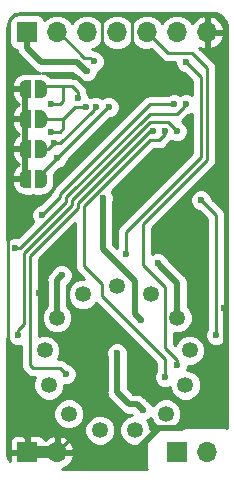
<source format=gbl>
G04 #@! TF.GenerationSoftware,KiCad,Pcbnew,(5.0.2)-1*
G04 #@! TF.CreationDate,2018-12-23T15:21:20+09:00*
G04 #@! TF.ProjectId,Nixie_Module_IN-14,4e697869-655f-44d6-9f64-756c655f494e,rev?*
G04 #@! TF.SameCoordinates,Original*
G04 #@! TF.FileFunction,Copper,L2,Bot*
G04 #@! TF.FilePolarity,Positive*
%FSLAX46Y46*%
G04 Gerber Fmt 4.6, Leading zero omitted, Abs format (unit mm)*
G04 Created by KiCad (PCBNEW (5.0.2)-1) date 2018/12/23 15:21:20*
%MOMM*%
%LPD*%
G01*
G04 APERTURE LIST*
G04 #@! TA.AperFunction,ComponentPad*
%ADD10C,1.346200*%
G04 #@! TD*
G04 #@! TA.AperFunction,ComponentPad*
%ADD11R,1.700000X1.700000*%
G04 #@! TD*
G04 #@! TA.AperFunction,ComponentPad*
%ADD12O,1.700000X1.700000*%
G04 #@! TD*
G04 #@! TA.AperFunction,SMDPad,CuDef*
%ADD13C,0.500000*%
G04 #@! TD*
G04 #@! TA.AperFunction,Conductor*
%ADD14C,0.100000*%
G04 #@! TD*
G04 #@! TA.AperFunction,ViaPad*
%ADD15C,0.600000*%
G04 #@! TD*
G04 #@! TA.AperFunction,Conductor*
%ADD16C,0.500000*%
G04 #@! TD*
G04 #@! TA.AperFunction,Conductor*
%ADD17C,1.000000*%
G04 #@! TD*
G04 #@! TA.AperFunction,Conductor*
%ADD18C,0.250000*%
G04 #@! TD*
G04 #@! TA.AperFunction,Conductor*
%ADD19C,0.254000*%
G04 #@! TD*
G04 APERTURE END LIST*
D10*
G04 #@! TO.P,N1,0*
G04 #@! TO.N,/NIX_0*
X74155300Y-88686640D03*
G04 #@! TO.P,N1,1*
G04 #@! TO.N,/NIX_1*
X84340700Y-88686640D03*
G04 #@! TO.P,N1,2*
G04 #@! TO.N,/NIX_2*
X85392260Y-91457780D03*
G04 #@! TO.P,N1,3*
G04 #@! TO.N,/NIX_3*
X85034120Y-94396560D03*
G04 #@! TO.P,N1,4*
G04 #@! TO.N,/NIX_4*
X83352640Y-96834960D03*
G04 #@! TO.P,N1,5*
G04 #@! TO.N,/NIX_5*
X80728820Y-98211640D03*
G04 #@! TO.P,N1,6*
G04 #@! TO.N,/NIX_6*
X77767180Y-98211640D03*
G04 #@! TO.P,N1,7*
G04 #@! TO.N,/NIX_7*
X75143360Y-96834960D03*
G04 #@! TO.P,N1,8*
G04 #@! TO.N,/NIX_8*
X73461880Y-94396560D03*
G04 #@! TO.P,N1,9*
G04 #@! TO.N,/NIX_9*
X73103740Y-91457780D03*
G04 #@! TO.P,N1,A*
G04 #@! TO.N,Net-(N1-PadA)*
X79248000Y-86014560D03*
G04 #@! TO.P,N1,LHDP*
G04 #@! TO.N,N/C*
X76372720Y-86723220D03*
G04 #@! TO.P,N1,RHDP*
X82123280Y-86723220D03*
G04 #@! TD*
D11*
G04 #@! TO.P,J3,1*
G04 #@! TO.N,+HV*
X84328000Y-100076000D03*
D12*
G04 #@! TO.P,J3,2*
X86868000Y-100076000D03*
G04 #@! TD*
D11*
G04 #@! TO.P,J4,1*
G04 #@! TO.N,GND*
X71628000Y-100076000D03*
D12*
G04 #@! TO.P,J4,2*
X74168000Y-100076000D03*
G04 #@! TD*
D11*
G04 #@! TO.P,J1,1*
G04 #@! TO.N,+5V*
X71628000Y-64516000D03*
D12*
G04 #@! TO.P,J1,2*
G04 #@! TO.N,/I2C_SDA*
X74168000Y-64516000D03*
G04 #@! TO.P,J1,3*
G04 #@! TO.N,/I2C_SCL*
X76708000Y-64516000D03*
G04 #@! TO.P,J1,4*
G04 #@! TO.N,/#OE*
X79248000Y-64516000D03*
G04 #@! TO.P,J1,5*
G04 #@! TO.N,/LED_DIN*
X81788000Y-64516000D03*
G04 #@! TO.P,J1,6*
G04 #@! TO.N,/LED_DOUT*
X84328000Y-64516000D03*
G04 #@! TO.P,J1,7*
G04 #@! TO.N,GND*
X86868000Y-64516000D03*
G04 #@! TD*
D13*
G04 #@! TO.P,JP1,2*
G04 #@! TO.N,GND*
X71486000Y-69342000D03*
D14*
G04 #@! TD*
G04 #@! TO.N,GND*
G04 #@! TO.C,JP1*
G36*
X71486000Y-70091398D02*
X71461466Y-70091398D01*
X71412635Y-70086588D01*
X71364510Y-70077016D01*
X71317555Y-70062772D01*
X71272222Y-70043995D01*
X71228949Y-70020864D01*
X71188150Y-69993604D01*
X71150221Y-69962476D01*
X71115524Y-69927779D01*
X71084396Y-69889850D01*
X71057136Y-69849051D01*
X71034005Y-69805778D01*
X71015228Y-69760445D01*
X71000984Y-69713490D01*
X70991412Y-69665365D01*
X70986602Y-69616534D01*
X70986602Y-69592000D01*
X70986000Y-69592000D01*
X70986000Y-69092000D01*
X70986602Y-69092000D01*
X70986602Y-69067466D01*
X70991412Y-69018635D01*
X71000984Y-68970510D01*
X71015228Y-68923555D01*
X71034005Y-68878222D01*
X71057136Y-68834949D01*
X71084396Y-68794150D01*
X71115524Y-68756221D01*
X71150221Y-68721524D01*
X71188150Y-68690396D01*
X71228949Y-68663136D01*
X71272222Y-68640005D01*
X71317555Y-68621228D01*
X71364510Y-68606984D01*
X71412635Y-68597412D01*
X71461466Y-68592602D01*
X71486000Y-68592602D01*
X71486000Y-68592000D01*
X71986000Y-68592000D01*
X71986000Y-70092000D01*
X71486000Y-70092000D01*
X71486000Y-70091398D01*
X71486000Y-70091398D01*
G37*
D13*
G04 #@! TO.P,JP1,1*
G04 #@! TO.N,/ADDR_0*
X72786000Y-69342000D03*
D14*
G04 #@! TD*
G04 #@! TO.N,/ADDR_0*
G04 #@! TO.C,JP1*
G36*
X72286000Y-68592000D02*
X72786000Y-68592000D01*
X72786000Y-68592602D01*
X72810534Y-68592602D01*
X72859365Y-68597412D01*
X72907490Y-68606984D01*
X72954445Y-68621228D01*
X72999778Y-68640005D01*
X73043051Y-68663136D01*
X73083850Y-68690396D01*
X73121779Y-68721524D01*
X73156476Y-68756221D01*
X73187604Y-68794150D01*
X73214864Y-68834949D01*
X73237995Y-68878222D01*
X73256772Y-68923555D01*
X73271016Y-68970510D01*
X73280588Y-69018635D01*
X73285398Y-69067466D01*
X73285398Y-69092000D01*
X73286000Y-69092000D01*
X73286000Y-69592000D01*
X73285398Y-69592000D01*
X73285398Y-69616534D01*
X73280588Y-69665365D01*
X73271016Y-69713490D01*
X73256772Y-69760445D01*
X73237995Y-69805778D01*
X73214864Y-69849051D01*
X73187604Y-69889850D01*
X73156476Y-69927779D01*
X73121779Y-69962476D01*
X73083850Y-69993604D01*
X73043051Y-70020864D01*
X72999778Y-70043995D01*
X72954445Y-70062772D01*
X72907490Y-70077016D01*
X72859365Y-70086588D01*
X72810534Y-70091398D01*
X72786000Y-70091398D01*
X72786000Y-70092000D01*
X72286000Y-70092000D01*
X72286000Y-68592000D01*
X72286000Y-68592000D01*
G37*
D13*
G04 #@! TO.P,JP2,1*
G04 #@! TO.N,/ADDR_1*
X72786000Y-71882000D03*
D14*
G04 #@! TD*
G04 #@! TO.N,/ADDR_1*
G04 #@! TO.C,JP2*
G36*
X72286000Y-71132000D02*
X72786000Y-71132000D01*
X72786000Y-71132602D01*
X72810534Y-71132602D01*
X72859365Y-71137412D01*
X72907490Y-71146984D01*
X72954445Y-71161228D01*
X72999778Y-71180005D01*
X73043051Y-71203136D01*
X73083850Y-71230396D01*
X73121779Y-71261524D01*
X73156476Y-71296221D01*
X73187604Y-71334150D01*
X73214864Y-71374949D01*
X73237995Y-71418222D01*
X73256772Y-71463555D01*
X73271016Y-71510510D01*
X73280588Y-71558635D01*
X73285398Y-71607466D01*
X73285398Y-71632000D01*
X73286000Y-71632000D01*
X73286000Y-72132000D01*
X73285398Y-72132000D01*
X73285398Y-72156534D01*
X73280588Y-72205365D01*
X73271016Y-72253490D01*
X73256772Y-72300445D01*
X73237995Y-72345778D01*
X73214864Y-72389051D01*
X73187604Y-72429850D01*
X73156476Y-72467779D01*
X73121779Y-72502476D01*
X73083850Y-72533604D01*
X73043051Y-72560864D01*
X72999778Y-72583995D01*
X72954445Y-72602772D01*
X72907490Y-72617016D01*
X72859365Y-72626588D01*
X72810534Y-72631398D01*
X72786000Y-72631398D01*
X72786000Y-72632000D01*
X72286000Y-72632000D01*
X72286000Y-71132000D01*
X72286000Y-71132000D01*
G37*
D13*
G04 #@! TO.P,JP2,2*
G04 #@! TO.N,GND*
X71486000Y-71882000D03*
D14*
G04 #@! TD*
G04 #@! TO.N,GND*
G04 #@! TO.C,JP2*
G36*
X71486000Y-72631398D02*
X71461466Y-72631398D01*
X71412635Y-72626588D01*
X71364510Y-72617016D01*
X71317555Y-72602772D01*
X71272222Y-72583995D01*
X71228949Y-72560864D01*
X71188150Y-72533604D01*
X71150221Y-72502476D01*
X71115524Y-72467779D01*
X71084396Y-72429850D01*
X71057136Y-72389051D01*
X71034005Y-72345778D01*
X71015228Y-72300445D01*
X71000984Y-72253490D01*
X70991412Y-72205365D01*
X70986602Y-72156534D01*
X70986602Y-72132000D01*
X70986000Y-72132000D01*
X70986000Y-71632000D01*
X70986602Y-71632000D01*
X70986602Y-71607466D01*
X70991412Y-71558635D01*
X71000984Y-71510510D01*
X71015228Y-71463555D01*
X71034005Y-71418222D01*
X71057136Y-71374949D01*
X71084396Y-71334150D01*
X71115524Y-71296221D01*
X71150221Y-71261524D01*
X71188150Y-71230396D01*
X71228949Y-71203136D01*
X71272222Y-71180005D01*
X71317555Y-71161228D01*
X71364510Y-71146984D01*
X71412635Y-71137412D01*
X71461466Y-71132602D01*
X71486000Y-71132602D01*
X71486000Y-71132000D01*
X71986000Y-71132000D01*
X71986000Y-72632000D01*
X71486000Y-72632000D01*
X71486000Y-72631398D01*
X71486000Y-72631398D01*
G37*
D13*
G04 #@! TO.P,JP3,1*
G04 #@! TO.N,/ADDR_2*
X72786000Y-74422000D03*
D14*
G04 #@! TD*
G04 #@! TO.N,/ADDR_2*
G04 #@! TO.C,JP3*
G36*
X72286000Y-73672000D02*
X72786000Y-73672000D01*
X72786000Y-73672602D01*
X72810534Y-73672602D01*
X72859365Y-73677412D01*
X72907490Y-73686984D01*
X72954445Y-73701228D01*
X72999778Y-73720005D01*
X73043051Y-73743136D01*
X73083850Y-73770396D01*
X73121779Y-73801524D01*
X73156476Y-73836221D01*
X73187604Y-73874150D01*
X73214864Y-73914949D01*
X73237995Y-73958222D01*
X73256772Y-74003555D01*
X73271016Y-74050510D01*
X73280588Y-74098635D01*
X73285398Y-74147466D01*
X73285398Y-74172000D01*
X73286000Y-74172000D01*
X73286000Y-74672000D01*
X73285398Y-74672000D01*
X73285398Y-74696534D01*
X73280588Y-74745365D01*
X73271016Y-74793490D01*
X73256772Y-74840445D01*
X73237995Y-74885778D01*
X73214864Y-74929051D01*
X73187604Y-74969850D01*
X73156476Y-75007779D01*
X73121779Y-75042476D01*
X73083850Y-75073604D01*
X73043051Y-75100864D01*
X72999778Y-75123995D01*
X72954445Y-75142772D01*
X72907490Y-75157016D01*
X72859365Y-75166588D01*
X72810534Y-75171398D01*
X72786000Y-75171398D01*
X72786000Y-75172000D01*
X72286000Y-75172000D01*
X72286000Y-73672000D01*
X72286000Y-73672000D01*
G37*
D13*
G04 #@! TO.P,JP3,2*
G04 #@! TO.N,GND*
X71486000Y-74422000D03*
D14*
G04 #@! TD*
G04 #@! TO.N,GND*
G04 #@! TO.C,JP3*
G36*
X71486000Y-75171398D02*
X71461466Y-75171398D01*
X71412635Y-75166588D01*
X71364510Y-75157016D01*
X71317555Y-75142772D01*
X71272222Y-75123995D01*
X71228949Y-75100864D01*
X71188150Y-75073604D01*
X71150221Y-75042476D01*
X71115524Y-75007779D01*
X71084396Y-74969850D01*
X71057136Y-74929051D01*
X71034005Y-74885778D01*
X71015228Y-74840445D01*
X71000984Y-74793490D01*
X70991412Y-74745365D01*
X70986602Y-74696534D01*
X70986602Y-74672000D01*
X70986000Y-74672000D01*
X70986000Y-74172000D01*
X70986602Y-74172000D01*
X70986602Y-74147466D01*
X70991412Y-74098635D01*
X71000984Y-74050510D01*
X71015228Y-74003555D01*
X71034005Y-73958222D01*
X71057136Y-73914949D01*
X71084396Y-73874150D01*
X71115524Y-73836221D01*
X71150221Y-73801524D01*
X71188150Y-73770396D01*
X71228949Y-73743136D01*
X71272222Y-73720005D01*
X71317555Y-73701228D01*
X71364510Y-73686984D01*
X71412635Y-73677412D01*
X71461466Y-73672602D01*
X71486000Y-73672602D01*
X71486000Y-73672000D01*
X71986000Y-73672000D01*
X71986000Y-75172000D01*
X71486000Y-75172000D01*
X71486000Y-75171398D01*
X71486000Y-75171398D01*
G37*
D13*
G04 #@! TO.P,JP4,2*
G04 #@! TO.N,GND*
X71486000Y-76962000D03*
D14*
G04 #@! TD*
G04 #@! TO.N,GND*
G04 #@! TO.C,JP4*
G36*
X71486000Y-77711398D02*
X71461466Y-77711398D01*
X71412635Y-77706588D01*
X71364510Y-77697016D01*
X71317555Y-77682772D01*
X71272222Y-77663995D01*
X71228949Y-77640864D01*
X71188150Y-77613604D01*
X71150221Y-77582476D01*
X71115524Y-77547779D01*
X71084396Y-77509850D01*
X71057136Y-77469051D01*
X71034005Y-77425778D01*
X71015228Y-77380445D01*
X71000984Y-77333490D01*
X70991412Y-77285365D01*
X70986602Y-77236534D01*
X70986602Y-77212000D01*
X70986000Y-77212000D01*
X70986000Y-76712000D01*
X70986602Y-76712000D01*
X70986602Y-76687466D01*
X70991412Y-76638635D01*
X71000984Y-76590510D01*
X71015228Y-76543555D01*
X71034005Y-76498222D01*
X71057136Y-76454949D01*
X71084396Y-76414150D01*
X71115524Y-76376221D01*
X71150221Y-76341524D01*
X71188150Y-76310396D01*
X71228949Y-76283136D01*
X71272222Y-76260005D01*
X71317555Y-76241228D01*
X71364510Y-76226984D01*
X71412635Y-76217412D01*
X71461466Y-76212602D01*
X71486000Y-76212602D01*
X71486000Y-76212000D01*
X71986000Y-76212000D01*
X71986000Y-77712000D01*
X71486000Y-77712000D01*
X71486000Y-77711398D01*
X71486000Y-77711398D01*
G37*
D13*
G04 #@! TO.P,JP4,1*
G04 #@! TO.N,/ADDR_3*
X72786000Y-76962000D03*
D14*
G04 #@! TD*
G04 #@! TO.N,/ADDR_3*
G04 #@! TO.C,JP4*
G36*
X72286000Y-76212000D02*
X72786000Y-76212000D01*
X72786000Y-76212602D01*
X72810534Y-76212602D01*
X72859365Y-76217412D01*
X72907490Y-76226984D01*
X72954445Y-76241228D01*
X72999778Y-76260005D01*
X73043051Y-76283136D01*
X73083850Y-76310396D01*
X73121779Y-76341524D01*
X73156476Y-76376221D01*
X73187604Y-76414150D01*
X73214864Y-76454949D01*
X73237995Y-76498222D01*
X73256772Y-76543555D01*
X73271016Y-76590510D01*
X73280588Y-76638635D01*
X73285398Y-76687466D01*
X73285398Y-76712000D01*
X73286000Y-76712000D01*
X73286000Y-77212000D01*
X73285398Y-77212000D01*
X73285398Y-77236534D01*
X73280588Y-77285365D01*
X73271016Y-77333490D01*
X73256772Y-77380445D01*
X73237995Y-77425778D01*
X73214864Y-77469051D01*
X73187604Y-77509850D01*
X73156476Y-77547779D01*
X73121779Y-77582476D01*
X73083850Y-77613604D01*
X73043051Y-77640864D01*
X72999778Y-77663995D01*
X72954445Y-77682772D01*
X72907490Y-77697016D01*
X72859365Y-77706588D01*
X72810534Y-77711398D01*
X72786000Y-77711398D01*
X72786000Y-77712000D01*
X72286000Y-77712000D01*
X72286000Y-76212000D01*
X72286000Y-76212000D01*
G37*
D15*
G04 #@! TO.N,+5V*
X81280000Y-88900000D03*
X76708000Y-67818042D03*
X78038953Y-78546945D03*
G04 #@! TO.N,GND*
X81026000Y-99822000D03*
X88255000Y-87854000D03*
X87884000Y-94234000D03*
X77978000Y-96520000D03*
X78994000Y-67818000D03*
X75692000Y-68326000D03*
X70612000Y-78994000D03*
X80264000Y-70612000D03*
X79629000Y-71628000D03*
X78994000Y-66802000D03*
X88138000Y-71628000D03*
X88138000Y-73152000D03*
X88138000Y-74422000D03*
X88138000Y-75946000D03*
X87630000Y-77724000D03*
X86360000Y-85344000D03*
X72136000Y-97790000D03*
X73152000Y-97790000D03*
X76454000Y-101092000D03*
X81280000Y-101092000D03*
X74930000Y-91948000D03*
X70104000Y-66294000D03*
X74676000Y-76200000D03*
X75663998Y-75184000D03*
X79502000Y-79502000D03*
X79502000Y-80518000D03*
X85344000Y-71882000D03*
X83566000Y-81915000D03*
X83566000Y-76327000D03*
X70612000Y-80518000D03*
X75438000Y-82804000D03*
X87884000Y-96315998D03*
X72644000Y-86614000D03*
G04 #@! TO.N,/NIX_1*
X82677000Y-84074001D03*
G04 #@! TO.N,/NIX_0*
X74549000Y-85089992D03*
G04 #@! TO.N,/I2C_SDA*
X77273694Y-66998306D03*
G04 #@! TO.N,+HV*
X79248000Y-91693996D03*
X81407000Y-96520000D03*
G04 #@! TO.N,/NIX_6_G*
X83312000Y-93726000D03*
X83273987Y-72898000D03*
G04 #@! TO.N,/NIX_7_G*
X84328000Y-72898000D03*
X70866000Y-90170000D03*
G04 #@! TO.N,/NIX_8_G*
X70612000Y-82804000D03*
X85090000Y-70612000D03*
G04 #@! TO.N,/NIX_4_G*
X87630000Y-90170000D03*
X86359998Y-78740000D03*
G04 #@! TO.N,/NIX_9_G*
X72897996Y-80010000D03*
X84074000Y-70612000D03*
G04 #@! TO.N,/NIX_5_G*
X74930000Y-93472000D03*
X82296016Y-72898000D03*
G04 #@! TO.N,/LED_DIN*
X84328000Y-92710000D03*
G04 #@! TO.N,/LED_DOUT*
X85090000Y-67056000D03*
X80010000Y-83312000D03*
G04 #@! TO.N,/ADDR_0*
X75946000Y-70104000D03*
X73660000Y-70612000D03*
G04 #@! TO.N,/ADDR_1*
X76571010Y-70866000D03*
X73660000Y-72940000D03*
G04 #@! TO.N,/ADDR_2*
X77470000Y-70866000D03*
X73914000Y-73894000D03*
G04 #@! TO.N,/ADDR_3*
X78524013Y-70866000D03*
X74168000Y-75184000D03*
G04 #@! TD*
D16*
G04 #@! TO.N,+5V*
X78038953Y-78971209D02*
X78038953Y-78546945D01*
X78038953Y-82864953D02*
X78038953Y-78971209D01*
X80772000Y-85598000D02*
X78038953Y-82864953D01*
X81280000Y-88900000D02*
X80772000Y-88392000D01*
X80772000Y-88392000D02*
X80772000Y-85598000D01*
X76581042Y-67818042D02*
X76708000Y-67818042D01*
X75819000Y-67056000D02*
X76581042Y-67818042D01*
X72818000Y-67056000D02*
X75819000Y-67056000D01*
X71628000Y-64516000D02*
X71628000Y-65866000D01*
X71628000Y-65866000D02*
X72818000Y-67056000D01*
D17*
G04 #@! TO.N,GND*
X71628000Y-100076000D02*
X74168000Y-100076000D01*
D18*
X75370081Y-100076000D02*
X75624081Y-99822000D01*
X74168000Y-100076000D02*
X75370081Y-100076000D01*
X75624081Y-99822000D02*
X81026000Y-99822000D01*
X88255000Y-87854000D02*
X88255000Y-93863000D01*
X88255000Y-93863000D02*
X87884000Y-94234000D01*
X74168000Y-100076000D02*
X77724000Y-96520000D01*
X77724000Y-96520000D02*
X77978000Y-96520000D01*
X75946000Y-68326000D02*
X75692000Y-68326000D01*
X76708000Y-69088000D02*
X75946000Y-68326000D01*
X78994000Y-67818000D02*
X77724000Y-69088000D01*
X77724000Y-69088000D02*
X76708000Y-69088000D01*
D16*
X71486000Y-69342000D02*
X71486000Y-71882000D01*
X71486000Y-71882000D02*
X71486000Y-74422000D01*
X71486000Y-74422000D02*
X71486000Y-76962000D01*
X70104000Y-78486000D02*
X70612000Y-78994000D01*
X71486000Y-69342000D02*
X70104000Y-69342000D01*
X71486000Y-71882000D02*
X70104000Y-71882000D01*
X70104000Y-69342000D02*
X70104000Y-70612000D01*
X71486000Y-74422000D02*
X70104000Y-74422000D01*
X70104000Y-71882000D02*
X70104000Y-73152000D01*
X70886000Y-76962000D02*
X70104000Y-76962000D01*
X71486000Y-76962000D02*
X70886000Y-76962000D01*
X70104000Y-74422000D02*
X70104000Y-75692000D01*
X70104000Y-76962000D02*
X70104000Y-78486000D01*
X70104000Y-70612000D02*
X70104000Y-71882000D01*
X70104000Y-73152000D02*
X70104000Y-74422000D01*
X70104000Y-75692000D02*
X70104000Y-76962000D01*
D18*
X86868000Y-63246000D02*
X86868000Y-64516000D01*
X86614000Y-62992000D02*
X86868000Y-63246000D01*
X77978000Y-63119000D02*
X78105000Y-62992000D01*
X77978000Y-65786000D02*
X77978000Y-63119000D01*
X78994000Y-66802000D02*
X77978000Y-65786000D01*
X80518000Y-62992000D02*
X86614000Y-62992000D01*
X78105000Y-62992000D02*
X80518000Y-62992000D01*
X80518000Y-67818000D02*
X78994000Y-67818000D01*
X80518000Y-62992000D02*
X80518000Y-67818000D01*
X78105000Y-62992000D02*
X70612000Y-62992000D01*
X70104000Y-63500000D02*
X70104000Y-66294000D01*
X70612000Y-62992000D02*
X70104000Y-63500000D01*
D17*
X79502000Y-79502000D02*
X82677000Y-76327000D01*
X82677000Y-76327000D02*
X83141736Y-76327000D01*
X83141736Y-76327000D02*
X83566000Y-76327000D01*
D16*
X86437002Y-96315998D02*
X87884000Y-96315998D01*
X84709000Y-98044000D02*
X86437002Y-96315998D01*
X81026000Y-99822000D02*
X82804000Y-98044000D01*
X82804000Y-98044000D02*
X84709000Y-98044000D01*
D18*
X70312001Y-80817999D02*
X70612000Y-80518000D01*
X69986999Y-81143001D02*
X70312001Y-80817999D01*
X69986999Y-97334999D02*
X69986999Y-81143001D01*
X71628000Y-98976000D02*
X69986999Y-97334999D01*
X71628000Y-100076000D02*
X71628000Y-98976000D01*
D16*
G04 #@! TO.N,/NIX_1*
X84340700Y-88686640D02*
X84340700Y-85737701D01*
X84340700Y-85737701D02*
X82976999Y-84374000D01*
X82976999Y-84374000D02*
X82677000Y-84074001D01*
G04 #@! TO.N,/NIX_0*
X74249001Y-85389991D02*
X74549000Y-85089992D01*
X74155300Y-85483692D02*
X74249001Y-85389991D01*
X74155300Y-88686640D02*
X74155300Y-85483692D01*
D18*
G04 #@! TO.N,/I2C_SDA*
X76973695Y-66698307D02*
X77273694Y-66998306D01*
X76477307Y-66698307D02*
X76973695Y-66698307D01*
X74168000Y-64516000D02*
X74295000Y-64516000D01*
X74295000Y-64516000D02*
X76477307Y-66698307D01*
D16*
G04 #@! TO.N,+HV*
X79248000Y-92118260D02*
X79248000Y-91693996D01*
X79248000Y-94996000D02*
X79248000Y-92118260D01*
X80264000Y-96012000D02*
X79248000Y-94996000D01*
X81407000Y-96520000D02*
X80899000Y-96012000D01*
X80899000Y-96012000D02*
X80264000Y-96012000D01*
D18*
G04 #@! TO.N,/NIX_6_G*
X83312000Y-72936013D02*
X83273987Y-72898000D01*
X83312000Y-73152000D02*
X83312000Y-72936013D01*
X82804000Y-73660000D02*
X83312000Y-73152000D01*
X82042000Y-73660000D02*
X82804000Y-73660000D01*
X77978000Y-85852000D02*
X76454000Y-84328000D01*
X77978000Y-86868000D02*
X77978000Y-85852000D01*
X83312000Y-92202000D02*
X77978000Y-86868000D01*
X83312000Y-93726000D02*
X83312000Y-92202000D01*
X76454000Y-84328000D02*
X76454000Y-79248000D01*
X76454000Y-79248000D02*
X82042000Y-73660000D01*
G04 #@! TO.N,/NIX_7_G*
X70866000Y-89745736D02*
X70866000Y-90170000D01*
X71374000Y-89237736D02*
X70866000Y-89745736D01*
X83566000Y-72136000D02*
X82042000Y-72136000D01*
X84328000Y-72898000D02*
X83566000Y-72136000D01*
X82042000Y-72136000D02*
X75438000Y-78740000D01*
X75438000Y-78740000D02*
X75438000Y-79119589D01*
X75438000Y-79119589D02*
X71374000Y-83183589D01*
X71374000Y-83183589D02*
X71374000Y-89237736D01*
G04 #@! TO.N,/NIX_8_G*
X84790001Y-70911999D02*
X85090000Y-70612000D01*
X71036264Y-82804000D02*
X74930000Y-78910264D01*
X70612000Y-82804000D02*
X71036264Y-82804000D01*
X74930000Y-78910264D02*
X74930000Y-78486000D01*
X74930000Y-78486000D02*
X81996001Y-71419999D01*
X81996001Y-71419999D02*
X84282001Y-71419999D01*
X84282001Y-71419999D02*
X84790001Y-70911999D01*
G04 #@! TO.N,/NIX_4_G*
X87630000Y-80010002D02*
X86659997Y-79039999D01*
X86659997Y-79039999D02*
X86359998Y-78740000D01*
X87630000Y-90170000D02*
X87630000Y-80010002D01*
G04 #@! TO.N,/NIX_9_G*
X83649736Y-70612000D02*
X84074000Y-70612000D01*
X82042000Y-70612000D02*
X83649736Y-70612000D01*
X74422000Y-78232000D02*
X82042000Y-70612000D01*
X72897996Y-80010000D02*
X74422000Y-78485996D01*
X74422000Y-78485996D02*
X74422000Y-78232000D01*
G04 #@! TO.N,/NIX_5_G*
X82042000Y-72898000D02*
X82296016Y-72898000D01*
X74422000Y-92964000D02*
X72136000Y-92964000D01*
X75946000Y-78994000D02*
X82042000Y-72898000D01*
X72136000Y-92964000D02*
X71882000Y-92710000D01*
X71882000Y-92710000D02*
X71882000Y-83439000D01*
X71882000Y-83439000D02*
X75946000Y-79375000D01*
X74930000Y-93472000D02*
X74422000Y-92964000D01*
X75946000Y-79375000D02*
X75946000Y-78994000D01*
G04 #@! TO.N,/LED_DIN*
X84328000Y-92285736D02*
X84328000Y-92710000D01*
X83266001Y-91223737D02*
X84328000Y-92285736D01*
X81407000Y-84201000D02*
X83266001Y-86060001D01*
X83566000Y-66294000D02*
X85598000Y-66294000D01*
X81788000Y-64516000D02*
X83566000Y-66294000D01*
X85598000Y-66294000D02*
X86868000Y-67564000D01*
X86868000Y-67564000D02*
X86868000Y-75311000D01*
X83266001Y-86060001D02*
X83266001Y-91223737D01*
X86868000Y-75311000D02*
X81407000Y-80772000D01*
X81407000Y-80772000D02*
X81407000Y-84201000D01*
G04 #@! TO.N,/LED_DOUT*
X80010000Y-82887736D02*
X80010000Y-83312000D01*
X80010000Y-81407000D02*
X80010000Y-82887736D01*
X86360000Y-75057000D02*
X80010000Y-81407000D01*
X85090000Y-67056000D02*
X86360000Y-68326000D01*
X86360000Y-68326000D02*
X86360000Y-75057000D01*
G04 #@! TO.N,/ADDR_0*
X75946000Y-69596000D02*
X75946000Y-70104000D01*
X75438000Y-69088000D02*
X75946000Y-69596000D01*
X72786000Y-69342000D02*
X73040000Y-69088000D01*
X73040000Y-69088000D02*
X75184000Y-69088000D01*
X75184000Y-69088000D02*
X75438000Y-69088000D01*
X74676000Y-70358000D02*
X74676000Y-69088000D01*
X73660000Y-70612000D02*
X74422000Y-70612000D01*
X74422000Y-70612000D02*
X74676000Y-70358000D01*
G04 #@! TO.N,/ADDR_1*
X72786000Y-71882000D02*
X73152000Y-71882000D01*
X73152000Y-71882000D02*
X73152000Y-71691548D01*
X73152000Y-71691548D02*
X73342452Y-71882000D01*
X73660000Y-72940000D02*
X74380000Y-72940000D01*
X74676000Y-72644000D02*
X74676000Y-71882000D01*
X74380000Y-72940000D02*
X74676000Y-72644000D01*
X73342452Y-71882000D02*
X74676000Y-71882000D01*
X75692000Y-70866000D02*
X76571010Y-70866000D01*
X74676000Y-71882000D02*
X75692000Y-70866000D01*
G04 #@! TO.N,/ADDR_2*
X72786000Y-74422000D02*
X73386000Y-74422000D01*
X73386000Y-74422000D02*
X73914000Y-73894000D01*
X77170001Y-71165999D02*
X77470000Y-70866000D01*
X73914000Y-73894000D02*
X74442000Y-73894000D01*
X74442000Y-73894000D02*
X77170001Y-71165999D01*
G04 #@! TO.N,/ADDR_3*
X78486000Y-70866000D02*
X78524013Y-70866000D01*
X72898000Y-76454000D02*
X78486000Y-70866000D01*
X72786000Y-76962000D02*
X72898000Y-76850000D01*
X72898000Y-76850000D02*
X72898000Y-76454000D01*
G04 #@! TD*
D19*
G04 #@! TO.N,GND*
G36*
X87629116Y-62932563D02*
X87966719Y-63086062D01*
X88247669Y-63328145D01*
X88449383Y-63639351D01*
X88562431Y-64017356D01*
X88577000Y-64213410D01*
X88577001Y-98049395D01*
X88481803Y-97954197D01*
X88440601Y-97926667D01*
X88392000Y-97917000D01*
X84120532Y-97917000D01*
X84461593Y-97575939D01*
X84660740Y-97095157D01*
X84660740Y-96574763D01*
X84461593Y-96093981D01*
X84093619Y-95726007D01*
X83612837Y-95526860D01*
X83092443Y-95526860D01*
X82611661Y-95726007D01*
X82243687Y-96093981D01*
X82243131Y-96095324D01*
X82199655Y-95990365D01*
X81936635Y-95727345D01*
X81815922Y-95677344D01*
X81586425Y-95447847D01*
X81537049Y-95373951D01*
X81244310Y-95178348D01*
X80986165Y-95127000D01*
X80986161Y-95127000D01*
X80899000Y-95109663D01*
X80811839Y-95127000D01*
X80630579Y-95127000D01*
X80133000Y-94629422D01*
X80133000Y-92000690D01*
X80183000Y-91879979D01*
X80183000Y-91508013D01*
X80040655Y-91164361D01*
X79777635Y-90901341D01*
X79433983Y-90758996D01*
X79062017Y-90758996D01*
X78718365Y-90901341D01*
X78455345Y-91164361D01*
X78313000Y-91508013D01*
X78313000Y-91879979D01*
X78363000Y-92000690D01*
X78363000Y-92205424D01*
X78363001Y-92205429D01*
X78363000Y-94908839D01*
X78345663Y-94996000D01*
X78363000Y-95083161D01*
X78363000Y-95083164D01*
X78414348Y-95341309D01*
X78609951Y-95634049D01*
X78683847Y-95683425D01*
X79576577Y-96576156D01*
X79625951Y-96650049D01*
X79699844Y-96699423D01*
X79699845Y-96699424D01*
X79918690Y-96845652D01*
X80176835Y-96897000D01*
X80176839Y-96897000D01*
X80264000Y-96914337D01*
X80351161Y-96897000D01*
X80532422Y-96897000D01*
X80538962Y-96903540D01*
X80468623Y-96903540D01*
X79987841Y-97102687D01*
X79619867Y-97470661D01*
X79420720Y-97951443D01*
X79420720Y-98471837D01*
X79619867Y-98952619D01*
X79987841Y-99320593D01*
X80468623Y-99519740D01*
X80989017Y-99519740D01*
X81469799Y-99320593D01*
X81661000Y-99129392D01*
X81661000Y-101346000D01*
X81670667Y-101394601D01*
X81698197Y-101435803D01*
X81765394Y-101503000D01*
X74559840Y-101503000D01*
X74934924Y-101347645D01*
X75363183Y-100957358D01*
X75609486Y-100432892D01*
X75488819Y-100203000D01*
X74295000Y-100203000D01*
X74295000Y-100223000D01*
X74041000Y-100223000D01*
X74041000Y-100203000D01*
X71755000Y-100203000D01*
X71755000Y-100223000D01*
X71501000Y-100223000D01*
X71501000Y-100203000D01*
X70301750Y-100203000D01*
X70143000Y-100361750D01*
X70143000Y-100842150D01*
X70074617Y-100736648D01*
X69961569Y-100358642D01*
X69947000Y-100162589D01*
X69947000Y-99099691D01*
X70143000Y-99099691D01*
X70143000Y-99790250D01*
X70301750Y-99949000D01*
X71501000Y-99949000D01*
X71501000Y-98749750D01*
X71755000Y-98749750D01*
X71755000Y-99949000D01*
X74041000Y-99949000D01*
X74041000Y-98755845D01*
X74295000Y-98755845D01*
X74295000Y-99949000D01*
X75488819Y-99949000D01*
X75609486Y-99719108D01*
X75363183Y-99194642D01*
X74934924Y-98804355D01*
X74524890Y-98634524D01*
X74295000Y-98755845D01*
X74041000Y-98755845D01*
X73811110Y-98634524D01*
X73401076Y-98804355D01*
X73103136Y-99075878D01*
X73016327Y-98866302D01*
X72837699Y-98687673D01*
X72604310Y-98591000D01*
X71913750Y-98591000D01*
X71755000Y-98749750D01*
X71501000Y-98749750D01*
X71342250Y-98591000D01*
X70651690Y-98591000D01*
X70418301Y-98687673D01*
X70239673Y-98866302D01*
X70143000Y-99099691D01*
X69947000Y-99099691D01*
X69947000Y-96574763D01*
X73835260Y-96574763D01*
X73835260Y-97095157D01*
X74034407Y-97575939D01*
X74402381Y-97943913D01*
X74883163Y-98143060D01*
X75403557Y-98143060D01*
X75866160Y-97951443D01*
X76459080Y-97951443D01*
X76459080Y-98471837D01*
X76658227Y-98952619D01*
X77026201Y-99320593D01*
X77506983Y-99519740D01*
X78027377Y-99519740D01*
X78508159Y-99320593D01*
X78876133Y-98952619D01*
X79075280Y-98471837D01*
X79075280Y-97951443D01*
X78876133Y-97470661D01*
X78508159Y-97102687D01*
X78027377Y-96903540D01*
X77506983Y-96903540D01*
X77026201Y-97102687D01*
X76658227Y-97470661D01*
X76459080Y-97951443D01*
X75866160Y-97951443D01*
X75884339Y-97943913D01*
X76252313Y-97575939D01*
X76451460Y-97095157D01*
X76451460Y-96574763D01*
X76252313Y-96093981D01*
X75884339Y-95726007D01*
X75403557Y-95526860D01*
X74883163Y-95526860D01*
X74402381Y-95726007D01*
X74034407Y-96093981D01*
X73835260Y-96574763D01*
X69947000Y-96574763D01*
X69947000Y-90394611D01*
X70073345Y-90699635D01*
X70336365Y-90962655D01*
X70680017Y-91105000D01*
X71051983Y-91105000D01*
X71122000Y-91075998D01*
X71122000Y-92635153D01*
X71107112Y-92710000D01*
X71122000Y-92784847D01*
X71122000Y-92784851D01*
X71166096Y-93006536D01*
X71334071Y-93257929D01*
X71397530Y-93300331D01*
X71545669Y-93448470D01*
X71588071Y-93511929D01*
X71839463Y-93679904D01*
X72061148Y-93724000D01*
X72061152Y-93724000D01*
X72135999Y-93738888D01*
X72210846Y-93724000D01*
X72324587Y-93724000D01*
X72153780Y-94136363D01*
X72153780Y-94656757D01*
X72352927Y-95137539D01*
X72720901Y-95505513D01*
X73201683Y-95704660D01*
X73722077Y-95704660D01*
X74202859Y-95505513D01*
X74570833Y-95137539D01*
X74769980Y-94656757D01*
X74769980Y-94407000D01*
X75115983Y-94407000D01*
X75459635Y-94264655D01*
X75722655Y-94001635D01*
X75865000Y-93657983D01*
X75865000Y-93286017D01*
X75722655Y-92942365D01*
X75459635Y-92679345D01*
X75115983Y-92537000D01*
X75069802Y-92537000D01*
X75012330Y-92479529D01*
X74969929Y-92416071D01*
X74718537Y-92248096D01*
X74496852Y-92204000D01*
X74496847Y-92204000D01*
X74422000Y-92189112D01*
X74347153Y-92204000D01*
X74207452Y-92204000D01*
X74212693Y-92198759D01*
X74411840Y-91717977D01*
X74411840Y-91197583D01*
X74212693Y-90716801D01*
X73844719Y-90348827D01*
X73363937Y-90149680D01*
X72843543Y-90149680D01*
X72642000Y-90233162D01*
X72642000Y-88426443D01*
X72847200Y-88426443D01*
X72847200Y-88946837D01*
X73046347Y-89427619D01*
X73414321Y-89795593D01*
X73895103Y-89994740D01*
X74415497Y-89994740D01*
X74896279Y-89795593D01*
X75264253Y-89427619D01*
X75463400Y-88946837D01*
X75463400Y-88426443D01*
X75264253Y-87945661D01*
X75040300Y-87721708D01*
X75040300Y-85898526D01*
X75078635Y-85882647D01*
X75341655Y-85619627D01*
X75484000Y-85275975D01*
X75484000Y-84904009D01*
X75341655Y-84560357D01*
X75078635Y-84297337D01*
X74734983Y-84154992D01*
X74363017Y-84154992D01*
X74019365Y-84297337D01*
X73756345Y-84560357D01*
X73706344Y-84681070D01*
X73591145Y-84796269D01*
X73517252Y-84845643D01*
X73467878Y-84919536D01*
X73467876Y-84919538D01*
X73321648Y-85138383D01*
X73252963Y-85483692D01*
X73270301Y-85570857D01*
X73270300Y-87721708D01*
X73046347Y-87945661D01*
X72847200Y-88426443D01*
X72642000Y-88426443D01*
X72642000Y-83753801D01*
X75694001Y-80701801D01*
X75694000Y-84253153D01*
X75679112Y-84328000D01*
X75694000Y-84402847D01*
X75694000Y-84402851D01*
X75738096Y-84624536D01*
X75906071Y-84875929D01*
X75969530Y-84918331D01*
X76466318Y-85415120D01*
X76112523Y-85415120D01*
X75631741Y-85614267D01*
X75263767Y-85982241D01*
X75064620Y-86463023D01*
X75064620Y-86983417D01*
X75263767Y-87464199D01*
X75631741Y-87832173D01*
X76112523Y-88031320D01*
X76632917Y-88031320D01*
X77113699Y-87832173D01*
X77481673Y-87464199D01*
X77486147Y-87453398D01*
X77493530Y-87458331D01*
X82552001Y-92516803D01*
X82552000Y-93163710D01*
X82519345Y-93196365D01*
X82377000Y-93540017D01*
X82377000Y-93911983D01*
X82519345Y-94255635D01*
X82782365Y-94518655D01*
X83126017Y-94661000D01*
X83497983Y-94661000D01*
X83726020Y-94566544D01*
X83726020Y-94656757D01*
X83925167Y-95137539D01*
X84293141Y-95505513D01*
X84773923Y-95704660D01*
X85294317Y-95704660D01*
X85775099Y-95505513D01*
X86143073Y-95137539D01*
X86342220Y-94656757D01*
X86342220Y-94136363D01*
X86143073Y-93655581D01*
X85775099Y-93287607D01*
X85294317Y-93088460D01*
X85183274Y-93088460D01*
X85263000Y-92895983D01*
X85263000Y-92765880D01*
X85652457Y-92765880D01*
X86133239Y-92566733D01*
X86501213Y-92198759D01*
X86700360Y-91717977D01*
X86700360Y-91197583D01*
X86501213Y-90716801D01*
X86133239Y-90348827D01*
X85652457Y-90149680D01*
X85132063Y-90149680D01*
X84651281Y-90348827D01*
X84283307Y-90716801D01*
X84151669Y-91034603D01*
X84026001Y-90908936D01*
X84026001Y-89972164D01*
X84080503Y-89994740D01*
X84600897Y-89994740D01*
X85081679Y-89795593D01*
X85449653Y-89427619D01*
X85648800Y-88946837D01*
X85648800Y-88426443D01*
X85449653Y-87945661D01*
X85225700Y-87721708D01*
X85225700Y-85824860D01*
X85243037Y-85737700D01*
X85225700Y-85650540D01*
X85225700Y-85650536D01*
X85174352Y-85392391D01*
X84978749Y-85099652D01*
X84904856Y-85050278D01*
X83541153Y-83686576D01*
X83519656Y-83665079D01*
X83469655Y-83544366D01*
X83206635Y-83281346D01*
X82862983Y-83139001D01*
X82491017Y-83139001D01*
X82167000Y-83273213D01*
X82167000Y-81086801D01*
X84699784Y-78554017D01*
X85424998Y-78554017D01*
X85424998Y-78925983D01*
X85567343Y-79269635D01*
X85830363Y-79532655D01*
X86174015Y-79675000D01*
X86220197Y-79675000D01*
X86870001Y-80324805D01*
X86870000Y-89607710D01*
X86837345Y-89640365D01*
X86695000Y-89984017D01*
X86695000Y-90355983D01*
X86837345Y-90699635D01*
X87100365Y-90962655D01*
X87444017Y-91105000D01*
X87815983Y-91105000D01*
X88159635Y-90962655D01*
X88422655Y-90699635D01*
X88565000Y-90355983D01*
X88565000Y-89984017D01*
X88422655Y-89640365D01*
X88390000Y-89607710D01*
X88390000Y-80084848D01*
X88404888Y-80010001D01*
X88390000Y-79935154D01*
X88390000Y-79935150D01*
X88345904Y-79713465D01*
X88233030Y-79544537D01*
X88220329Y-79525528D01*
X88220327Y-79525526D01*
X88177929Y-79462073D01*
X88114475Y-79419675D01*
X87294998Y-78600199D01*
X87294998Y-78554017D01*
X87152653Y-78210365D01*
X86889633Y-77947345D01*
X86545981Y-77805000D01*
X86174015Y-77805000D01*
X85830363Y-77947345D01*
X85567343Y-78210365D01*
X85424998Y-78554017D01*
X84699784Y-78554017D01*
X87352473Y-75901329D01*
X87415929Y-75858929D01*
X87583904Y-75607537D01*
X87628000Y-75385852D01*
X87628000Y-75385848D01*
X87642888Y-75311001D01*
X87628000Y-75236154D01*
X87628000Y-67638846D01*
X87642888Y-67563999D01*
X87628000Y-67489152D01*
X87628000Y-67489148D01*
X87583904Y-67267463D01*
X87415929Y-67016071D01*
X87352473Y-66973671D01*
X86212665Y-65833864D01*
X86511110Y-65957476D01*
X86741000Y-65836155D01*
X86741000Y-64643000D01*
X86995000Y-64643000D01*
X86995000Y-65836155D01*
X87224890Y-65957476D01*
X87634924Y-65787645D01*
X88063183Y-65397358D01*
X88309486Y-64872892D01*
X88188819Y-64643000D01*
X86995000Y-64643000D01*
X86741000Y-64643000D01*
X86721000Y-64643000D01*
X86721000Y-64389000D01*
X86741000Y-64389000D01*
X86741000Y-63195845D01*
X86995000Y-63195845D01*
X86995000Y-64389000D01*
X88188819Y-64389000D01*
X88309486Y-64159108D01*
X88063183Y-63634642D01*
X87634924Y-63244355D01*
X87224890Y-63074524D01*
X86995000Y-63195845D01*
X86741000Y-63195845D01*
X86511110Y-63074524D01*
X86101076Y-63244355D01*
X85672817Y-63634642D01*
X85611843Y-63764478D01*
X85398625Y-63445375D01*
X84907418Y-63117161D01*
X84474256Y-63031000D01*
X84181744Y-63031000D01*
X83748582Y-63117161D01*
X83257375Y-63445375D01*
X83058000Y-63743761D01*
X82858625Y-63445375D01*
X82367418Y-63117161D01*
X81934256Y-63031000D01*
X81641744Y-63031000D01*
X81208582Y-63117161D01*
X80717375Y-63445375D01*
X80518000Y-63743761D01*
X80318625Y-63445375D01*
X79827418Y-63117161D01*
X79394256Y-63031000D01*
X79101744Y-63031000D01*
X78668582Y-63117161D01*
X78177375Y-63445375D01*
X77978000Y-63743761D01*
X77778625Y-63445375D01*
X77287418Y-63117161D01*
X76854256Y-63031000D01*
X76561744Y-63031000D01*
X76128582Y-63117161D01*
X75637375Y-63445375D01*
X75438000Y-63743761D01*
X75238625Y-63445375D01*
X74747418Y-63117161D01*
X74314256Y-63031000D01*
X74021744Y-63031000D01*
X73588582Y-63117161D01*
X73097375Y-63445375D01*
X73085184Y-63463619D01*
X73076157Y-63418235D01*
X72935809Y-63208191D01*
X72725765Y-63067843D01*
X72478000Y-63018560D01*
X70778000Y-63018560D01*
X70644788Y-63045057D01*
X70713352Y-63000616D01*
X71091357Y-62887568D01*
X71287411Y-62872999D01*
X87213197Y-62872999D01*
X87629116Y-62932563D01*
X87629116Y-62932563D01*
G37*
X87629116Y-62932563D02*
X87966719Y-63086062D01*
X88247669Y-63328145D01*
X88449383Y-63639351D01*
X88562431Y-64017356D01*
X88577000Y-64213410D01*
X88577001Y-98049395D01*
X88481803Y-97954197D01*
X88440601Y-97926667D01*
X88392000Y-97917000D01*
X84120532Y-97917000D01*
X84461593Y-97575939D01*
X84660740Y-97095157D01*
X84660740Y-96574763D01*
X84461593Y-96093981D01*
X84093619Y-95726007D01*
X83612837Y-95526860D01*
X83092443Y-95526860D01*
X82611661Y-95726007D01*
X82243687Y-96093981D01*
X82243131Y-96095324D01*
X82199655Y-95990365D01*
X81936635Y-95727345D01*
X81815922Y-95677344D01*
X81586425Y-95447847D01*
X81537049Y-95373951D01*
X81244310Y-95178348D01*
X80986165Y-95127000D01*
X80986161Y-95127000D01*
X80899000Y-95109663D01*
X80811839Y-95127000D01*
X80630579Y-95127000D01*
X80133000Y-94629422D01*
X80133000Y-92000690D01*
X80183000Y-91879979D01*
X80183000Y-91508013D01*
X80040655Y-91164361D01*
X79777635Y-90901341D01*
X79433983Y-90758996D01*
X79062017Y-90758996D01*
X78718365Y-90901341D01*
X78455345Y-91164361D01*
X78313000Y-91508013D01*
X78313000Y-91879979D01*
X78363000Y-92000690D01*
X78363000Y-92205424D01*
X78363001Y-92205429D01*
X78363000Y-94908839D01*
X78345663Y-94996000D01*
X78363000Y-95083161D01*
X78363000Y-95083164D01*
X78414348Y-95341309D01*
X78609951Y-95634049D01*
X78683847Y-95683425D01*
X79576577Y-96576156D01*
X79625951Y-96650049D01*
X79699844Y-96699423D01*
X79699845Y-96699424D01*
X79918690Y-96845652D01*
X80176835Y-96897000D01*
X80176839Y-96897000D01*
X80264000Y-96914337D01*
X80351161Y-96897000D01*
X80532422Y-96897000D01*
X80538962Y-96903540D01*
X80468623Y-96903540D01*
X79987841Y-97102687D01*
X79619867Y-97470661D01*
X79420720Y-97951443D01*
X79420720Y-98471837D01*
X79619867Y-98952619D01*
X79987841Y-99320593D01*
X80468623Y-99519740D01*
X80989017Y-99519740D01*
X81469799Y-99320593D01*
X81661000Y-99129392D01*
X81661000Y-101346000D01*
X81670667Y-101394601D01*
X81698197Y-101435803D01*
X81765394Y-101503000D01*
X74559840Y-101503000D01*
X74934924Y-101347645D01*
X75363183Y-100957358D01*
X75609486Y-100432892D01*
X75488819Y-100203000D01*
X74295000Y-100203000D01*
X74295000Y-100223000D01*
X74041000Y-100223000D01*
X74041000Y-100203000D01*
X71755000Y-100203000D01*
X71755000Y-100223000D01*
X71501000Y-100223000D01*
X71501000Y-100203000D01*
X70301750Y-100203000D01*
X70143000Y-100361750D01*
X70143000Y-100842150D01*
X70074617Y-100736648D01*
X69961569Y-100358642D01*
X69947000Y-100162589D01*
X69947000Y-99099691D01*
X70143000Y-99099691D01*
X70143000Y-99790250D01*
X70301750Y-99949000D01*
X71501000Y-99949000D01*
X71501000Y-98749750D01*
X71755000Y-98749750D01*
X71755000Y-99949000D01*
X74041000Y-99949000D01*
X74041000Y-98755845D01*
X74295000Y-98755845D01*
X74295000Y-99949000D01*
X75488819Y-99949000D01*
X75609486Y-99719108D01*
X75363183Y-99194642D01*
X74934924Y-98804355D01*
X74524890Y-98634524D01*
X74295000Y-98755845D01*
X74041000Y-98755845D01*
X73811110Y-98634524D01*
X73401076Y-98804355D01*
X73103136Y-99075878D01*
X73016327Y-98866302D01*
X72837699Y-98687673D01*
X72604310Y-98591000D01*
X71913750Y-98591000D01*
X71755000Y-98749750D01*
X71501000Y-98749750D01*
X71342250Y-98591000D01*
X70651690Y-98591000D01*
X70418301Y-98687673D01*
X70239673Y-98866302D01*
X70143000Y-99099691D01*
X69947000Y-99099691D01*
X69947000Y-96574763D01*
X73835260Y-96574763D01*
X73835260Y-97095157D01*
X74034407Y-97575939D01*
X74402381Y-97943913D01*
X74883163Y-98143060D01*
X75403557Y-98143060D01*
X75866160Y-97951443D01*
X76459080Y-97951443D01*
X76459080Y-98471837D01*
X76658227Y-98952619D01*
X77026201Y-99320593D01*
X77506983Y-99519740D01*
X78027377Y-99519740D01*
X78508159Y-99320593D01*
X78876133Y-98952619D01*
X79075280Y-98471837D01*
X79075280Y-97951443D01*
X78876133Y-97470661D01*
X78508159Y-97102687D01*
X78027377Y-96903540D01*
X77506983Y-96903540D01*
X77026201Y-97102687D01*
X76658227Y-97470661D01*
X76459080Y-97951443D01*
X75866160Y-97951443D01*
X75884339Y-97943913D01*
X76252313Y-97575939D01*
X76451460Y-97095157D01*
X76451460Y-96574763D01*
X76252313Y-96093981D01*
X75884339Y-95726007D01*
X75403557Y-95526860D01*
X74883163Y-95526860D01*
X74402381Y-95726007D01*
X74034407Y-96093981D01*
X73835260Y-96574763D01*
X69947000Y-96574763D01*
X69947000Y-90394611D01*
X70073345Y-90699635D01*
X70336365Y-90962655D01*
X70680017Y-91105000D01*
X71051983Y-91105000D01*
X71122000Y-91075998D01*
X71122000Y-92635153D01*
X71107112Y-92710000D01*
X71122000Y-92784847D01*
X71122000Y-92784851D01*
X71166096Y-93006536D01*
X71334071Y-93257929D01*
X71397530Y-93300331D01*
X71545669Y-93448470D01*
X71588071Y-93511929D01*
X71839463Y-93679904D01*
X72061148Y-93724000D01*
X72061152Y-93724000D01*
X72135999Y-93738888D01*
X72210846Y-93724000D01*
X72324587Y-93724000D01*
X72153780Y-94136363D01*
X72153780Y-94656757D01*
X72352927Y-95137539D01*
X72720901Y-95505513D01*
X73201683Y-95704660D01*
X73722077Y-95704660D01*
X74202859Y-95505513D01*
X74570833Y-95137539D01*
X74769980Y-94656757D01*
X74769980Y-94407000D01*
X75115983Y-94407000D01*
X75459635Y-94264655D01*
X75722655Y-94001635D01*
X75865000Y-93657983D01*
X75865000Y-93286017D01*
X75722655Y-92942365D01*
X75459635Y-92679345D01*
X75115983Y-92537000D01*
X75069802Y-92537000D01*
X75012330Y-92479529D01*
X74969929Y-92416071D01*
X74718537Y-92248096D01*
X74496852Y-92204000D01*
X74496847Y-92204000D01*
X74422000Y-92189112D01*
X74347153Y-92204000D01*
X74207452Y-92204000D01*
X74212693Y-92198759D01*
X74411840Y-91717977D01*
X74411840Y-91197583D01*
X74212693Y-90716801D01*
X73844719Y-90348827D01*
X73363937Y-90149680D01*
X72843543Y-90149680D01*
X72642000Y-90233162D01*
X72642000Y-88426443D01*
X72847200Y-88426443D01*
X72847200Y-88946837D01*
X73046347Y-89427619D01*
X73414321Y-89795593D01*
X73895103Y-89994740D01*
X74415497Y-89994740D01*
X74896279Y-89795593D01*
X75264253Y-89427619D01*
X75463400Y-88946837D01*
X75463400Y-88426443D01*
X75264253Y-87945661D01*
X75040300Y-87721708D01*
X75040300Y-85898526D01*
X75078635Y-85882647D01*
X75341655Y-85619627D01*
X75484000Y-85275975D01*
X75484000Y-84904009D01*
X75341655Y-84560357D01*
X75078635Y-84297337D01*
X74734983Y-84154992D01*
X74363017Y-84154992D01*
X74019365Y-84297337D01*
X73756345Y-84560357D01*
X73706344Y-84681070D01*
X73591145Y-84796269D01*
X73517252Y-84845643D01*
X73467878Y-84919536D01*
X73467876Y-84919538D01*
X73321648Y-85138383D01*
X73252963Y-85483692D01*
X73270301Y-85570857D01*
X73270300Y-87721708D01*
X73046347Y-87945661D01*
X72847200Y-88426443D01*
X72642000Y-88426443D01*
X72642000Y-83753801D01*
X75694001Y-80701801D01*
X75694000Y-84253153D01*
X75679112Y-84328000D01*
X75694000Y-84402847D01*
X75694000Y-84402851D01*
X75738096Y-84624536D01*
X75906071Y-84875929D01*
X75969530Y-84918331D01*
X76466318Y-85415120D01*
X76112523Y-85415120D01*
X75631741Y-85614267D01*
X75263767Y-85982241D01*
X75064620Y-86463023D01*
X75064620Y-86983417D01*
X75263767Y-87464199D01*
X75631741Y-87832173D01*
X76112523Y-88031320D01*
X76632917Y-88031320D01*
X77113699Y-87832173D01*
X77481673Y-87464199D01*
X77486147Y-87453398D01*
X77493530Y-87458331D01*
X82552001Y-92516803D01*
X82552000Y-93163710D01*
X82519345Y-93196365D01*
X82377000Y-93540017D01*
X82377000Y-93911983D01*
X82519345Y-94255635D01*
X82782365Y-94518655D01*
X83126017Y-94661000D01*
X83497983Y-94661000D01*
X83726020Y-94566544D01*
X83726020Y-94656757D01*
X83925167Y-95137539D01*
X84293141Y-95505513D01*
X84773923Y-95704660D01*
X85294317Y-95704660D01*
X85775099Y-95505513D01*
X86143073Y-95137539D01*
X86342220Y-94656757D01*
X86342220Y-94136363D01*
X86143073Y-93655581D01*
X85775099Y-93287607D01*
X85294317Y-93088460D01*
X85183274Y-93088460D01*
X85263000Y-92895983D01*
X85263000Y-92765880D01*
X85652457Y-92765880D01*
X86133239Y-92566733D01*
X86501213Y-92198759D01*
X86700360Y-91717977D01*
X86700360Y-91197583D01*
X86501213Y-90716801D01*
X86133239Y-90348827D01*
X85652457Y-90149680D01*
X85132063Y-90149680D01*
X84651281Y-90348827D01*
X84283307Y-90716801D01*
X84151669Y-91034603D01*
X84026001Y-90908936D01*
X84026001Y-89972164D01*
X84080503Y-89994740D01*
X84600897Y-89994740D01*
X85081679Y-89795593D01*
X85449653Y-89427619D01*
X85648800Y-88946837D01*
X85648800Y-88426443D01*
X85449653Y-87945661D01*
X85225700Y-87721708D01*
X85225700Y-85824860D01*
X85243037Y-85737700D01*
X85225700Y-85650540D01*
X85225700Y-85650536D01*
X85174352Y-85392391D01*
X84978749Y-85099652D01*
X84904856Y-85050278D01*
X83541153Y-83686576D01*
X83519656Y-83665079D01*
X83469655Y-83544366D01*
X83206635Y-83281346D01*
X82862983Y-83139001D01*
X82491017Y-83139001D01*
X82167000Y-83273213D01*
X82167000Y-81086801D01*
X84699784Y-78554017D01*
X85424998Y-78554017D01*
X85424998Y-78925983D01*
X85567343Y-79269635D01*
X85830363Y-79532655D01*
X86174015Y-79675000D01*
X86220197Y-79675000D01*
X86870001Y-80324805D01*
X86870000Y-89607710D01*
X86837345Y-89640365D01*
X86695000Y-89984017D01*
X86695000Y-90355983D01*
X86837345Y-90699635D01*
X87100365Y-90962655D01*
X87444017Y-91105000D01*
X87815983Y-91105000D01*
X88159635Y-90962655D01*
X88422655Y-90699635D01*
X88565000Y-90355983D01*
X88565000Y-89984017D01*
X88422655Y-89640365D01*
X88390000Y-89607710D01*
X88390000Y-80084848D01*
X88404888Y-80010001D01*
X88390000Y-79935154D01*
X88390000Y-79935150D01*
X88345904Y-79713465D01*
X88233030Y-79544537D01*
X88220329Y-79525528D01*
X88220327Y-79525526D01*
X88177929Y-79462073D01*
X88114475Y-79419675D01*
X87294998Y-78600199D01*
X87294998Y-78554017D01*
X87152653Y-78210365D01*
X86889633Y-77947345D01*
X86545981Y-77805000D01*
X86174015Y-77805000D01*
X85830363Y-77947345D01*
X85567343Y-78210365D01*
X85424998Y-78554017D01*
X84699784Y-78554017D01*
X87352473Y-75901329D01*
X87415929Y-75858929D01*
X87583904Y-75607537D01*
X87628000Y-75385852D01*
X87628000Y-75385848D01*
X87642888Y-75311001D01*
X87628000Y-75236154D01*
X87628000Y-67638846D01*
X87642888Y-67563999D01*
X87628000Y-67489152D01*
X87628000Y-67489148D01*
X87583904Y-67267463D01*
X87415929Y-67016071D01*
X87352473Y-66973671D01*
X86212665Y-65833864D01*
X86511110Y-65957476D01*
X86741000Y-65836155D01*
X86741000Y-64643000D01*
X86995000Y-64643000D01*
X86995000Y-65836155D01*
X87224890Y-65957476D01*
X87634924Y-65787645D01*
X88063183Y-65397358D01*
X88309486Y-64872892D01*
X88188819Y-64643000D01*
X86995000Y-64643000D01*
X86741000Y-64643000D01*
X86721000Y-64643000D01*
X86721000Y-64389000D01*
X86741000Y-64389000D01*
X86741000Y-63195845D01*
X86995000Y-63195845D01*
X86995000Y-64389000D01*
X88188819Y-64389000D01*
X88309486Y-64159108D01*
X88063183Y-63634642D01*
X87634924Y-63244355D01*
X87224890Y-63074524D01*
X86995000Y-63195845D01*
X86741000Y-63195845D01*
X86511110Y-63074524D01*
X86101076Y-63244355D01*
X85672817Y-63634642D01*
X85611843Y-63764478D01*
X85398625Y-63445375D01*
X84907418Y-63117161D01*
X84474256Y-63031000D01*
X84181744Y-63031000D01*
X83748582Y-63117161D01*
X83257375Y-63445375D01*
X83058000Y-63743761D01*
X82858625Y-63445375D01*
X82367418Y-63117161D01*
X81934256Y-63031000D01*
X81641744Y-63031000D01*
X81208582Y-63117161D01*
X80717375Y-63445375D01*
X80518000Y-63743761D01*
X80318625Y-63445375D01*
X79827418Y-63117161D01*
X79394256Y-63031000D01*
X79101744Y-63031000D01*
X78668582Y-63117161D01*
X78177375Y-63445375D01*
X77978000Y-63743761D01*
X77778625Y-63445375D01*
X77287418Y-63117161D01*
X76854256Y-63031000D01*
X76561744Y-63031000D01*
X76128582Y-63117161D01*
X75637375Y-63445375D01*
X75438000Y-63743761D01*
X75238625Y-63445375D01*
X74747418Y-63117161D01*
X74314256Y-63031000D01*
X74021744Y-63031000D01*
X73588582Y-63117161D01*
X73097375Y-63445375D01*
X73085184Y-63463619D01*
X73076157Y-63418235D01*
X72935809Y-63208191D01*
X72725765Y-63067843D01*
X72478000Y-63018560D01*
X70778000Y-63018560D01*
X70644788Y-63045057D01*
X70713352Y-63000616D01*
X71091357Y-62887568D01*
X71287411Y-62872999D01*
X87213197Y-62872999D01*
X87629116Y-62932563D01*
G36*
X82243687Y-97575939D02*
X82584748Y-97917000D01*
X82296000Y-97917000D01*
X82247399Y-97926667D01*
X82206197Y-97954197D01*
X82036920Y-98123474D01*
X82036920Y-97951443D01*
X81837773Y-97470661D01*
X81755002Y-97387890D01*
X81936635Y-97312655D01*
X82076639Y-97172651D01*
X82243687Y-97575939D01*
X82243687Y-97575939D01*
G37*
X82243687Y-97575939D02*
X82584748Y-97917000D01*
X82296000Y-97917000D01*
X82247399Y-97926667D01*
X82206197Y-97954197D01*
X82036920Y-98123474D01*
X82036920Y-97951443D01*
X81837773Y-97470661D01*
X81755002Y-97387890D01*
X81936635Y-97312655D01*
X82076639Y-97172651D01*
X82243687Y-97575939D01*
G36*
X85600001Y-74742197D02*
X79525530Y-80816669D01*
X79462071Y-80859071D01*
X79294096Y-81110464D01*
X79250000Y-81332149D01*
X79250000Y-81332153D01*
X79235112Y-81407000D01*
X79250000Y-81481847D01*
X79250001Y-82749709D01*
X79217345Y-82782365D01*
X79214591Y-82789013D01*
X78923953Y-82498375D01*
X78923953Y-78853639D01*
X78973953Y-78732928D01*
X78973953Y-78360962D01*
X78831608Y-78017310D01*
X78795550Y-77981252D01*
X82356803Y-74420000D01*
X82729153Y-74420000D01*
X82804000Y-74434888D01*
X82878847Y-74420000D01*
X82878852Y-74420000D01*
X83100537Y-74375904D01*
X83351929Y-74207929D01*
X83394330Y-74144471D01*
X83796475Y-73742327D01*
X83844938Y-73709946D01*
X84142017Y-73833000D01*
X84513983Y-73833000D01*
X84857635Y-73690655D01*
X85120655Y-73427635D01*
X85263000Y-73083983D01*
X85263000Y-72712017D01*
X85120655Y-72368365D01*
X84857635Y-72105345D01*
X84713575Y-72045674D01*
X84829930Y-71967928D01*
X84872331Y-71904470D01*
X85229803Y-71547000D01*
X85275983Y-71547000D01*
X85600000Y-71412788D01*
X85600001Y-74742197D01*
X85600001Y-74742197D01*
G37*
X85600001Y-74742197D02*
X79525530Y-80816669D01*
X79462071Y-80859071D01*
X79294096Y-81110464D01*
X79250000Y-81332149D01*
X79250000Y-81332153D01*
X79235112Y-81407000D01*
X79250000Y-81481847D01*
X79250001Y-82749709D01*
X79217345Y-82782365D01*
X79214591Y-82789013D01*
X78923953Y-82498375D01*
X78923953Y-78853639D01*
X78973953Y-78732928D01*
X78973953Y-78360962D01*
X78831608Y-78017310D01*
X78795550Y-77981252D01*
X82356803Y-74420000D01*
X82729153Y-74420000D01*
X82804000Y-74434888D01*
X82878847Y-74420000D01*
X82878852Y-74420000D01*
X83100537Y-74375904D01*
X83351929Y-74207929D01*
X83394330Y-74144471D01*
X83796475Y-73742327D01*
X83844938Y-73709946D01*
X84142017Y-73833000D01*
X84513983Y-73833000D01*
X84857635Y-73690655D01*
X85120655Y-73427635D01*
X85263000Y-73083983D01*
X85263000Y-72712017D01*
X85120655Y-72368365D01*
X84857635Y-72105345D01*
X84713575Y-72045674D01*
X84829930Y-71967928D01*
X84872331Y-71904470D01*
X85229803Y-71547000D01*
X85275983Y-71547000D01*
X85600000Y-71412788D01*
X85600001Y-74742197D01*
G36*
X70130560Y-63666000D02*
X70130560Y-65366000D01*
X70179843Y-65613765D01*
X70320191Y-65823809D01*
X70530235Y-65964157D01*
X70754042Y-66008675D01*
X70794348Y-66211309D01*
X70940576Y-66430154D01*
X70940578Y-66430156D01*
X70989952Y-66504049D01*
X71063845Y-66553423D01*
X72130577Y-67620156D01*
X72179951Y-67694049D01*
X72253844Y-67743423D01*
X72253845Y-67743424D01*
X72298399Y-67773194D01*
X72472690Y-67889652D01*
X72730835Y-67941000D01*
X72730839Y-67941000D01*
X72748737Y-67944560D01*
X72286000Y-67944560D01*
X72136000Y-67974397D01*
X71986000Y-67944560D01*
X71486000Y-67944560D01*
X71473894Y-67946968D01*
X71436991Y-67946968D01*
X71310682Y-67959408D01*
X71214549Y-67978530D01*
X71093096Y-68015372D01*
X71002540Y-68052881D01*
X70890603Y-68112713D01*
X70809104Y-68167169D01*
X70710994Y-68247686D01*
X70641686Y-68316994D01*
X70561169Y-68415104D01*
X70506713Y-68496603D01*
X70446881Y-68608540D01*
X70409372Y-68699096D01*
X70372530Y-68820549D01*
X70353408Y-68916682D01*
X70340968Y-69042991D01*
X70340968Y-69079894D01*
X70338560Y-69092000D01*
X70338560Y-69592000D01*
X70340968Y-69604106D01*
X70340968Y-69641009D01*
X70353408Y-69767318D01*
X70372530Y-69863451D01*
X70409372Y-69984904D01*
X70446881Y-70075460D01*
X70506713Y-70187397D01*
X70561169Y-70268896D01*
X70641686Y-70367006D01*
X70710994Y-70436314D01*
X70809104Y-70516831D01*
X70890603Y-70571287D01*
X70966771Y-70612000D01*
X70890603Y-70652713D01*
X70809104Y-70707169D01*
X70710994Y-70787686D01*
X70641686Y-70856994D01*
X70561169Y-70955104D01*
X70506713Y-71036603D01*
X70446881Y-71148540D01*
X70409372Y-71239096D01*
X70372530Y-71360549D01*
X70353408Y-71456682D01*
X70340968Y-71582991D01*
X70340968Y-71619894D01*
X70338560Y-71632000D01*
X70338560Y-72132000D01*
X70340968Y-72144106D01*
X70340968Y-72181009D01*
X70353408Y-72307318D01*
X70372530Y-72403451D01*
X70409372Y-72524904D01*
X70446881Y-72615460D01*
X70506713Y-72727397D01*
X70561169Y-72808896D01*
X70641686Y-72907006D01*
X70710994Y-72976314D01*
X70809104Y-73056831D01*
X70890603Y-73111287D01*
X70966771Y-73152000D01*
X70890603Y-73192713D01*
X70809104Y-73247169D01*
X70710994Y-73327686D01*
X70641686Y-73396994D01*
X70561169Y-73495104D01*
X70506713Y-73576603D01*
X70446881Y-73688540D01*
X70409372Y-73779096D01*
X70372530Y-73900549D01*
X70353408Y-73996682D01*
X70340968Y-74122991D01*
X70340968Y-74159894D01*
X70338560Y-74172000D01*
X70338560Y-74672000D01*
X70340968Y-74684106D01*
X70340968Y-74721009D01*
X70353408Y-74847318D01*
X70372530Y-74943451D01*
X70409372Y-75064904D01*
X70446881Y-75155460D01*
X70506713Y-75267397D01*
X70561169Y-75348896D01*
X70641686Y-75447006D01*
X70710994Y-75516314D01*
X70809104Y-75596831D01*
X70890603Y-75651287D01*
X70966771Y-75692000D01*
X70890603Y-75732713D01*
X70809104Y-75787169D01*
X70710994Y-75867686D01*
X70641686Y-75936994D01*
X70561169Y-76035104D01*
X70506713Y-76116603D01*
X70446881Y-76228540D01*
X70409372Y-76319096D01*
X70372530Y-76440549D01*
X70353408Y-76536682D01*
X70340968Y-76662991D01*
X70340968Y-76699894D01*
X70338560Y-76712000D01*
X70338560Y-77212000D01*
X70340968Y-77224106D01*
X70340968Y-77261009D01*
X70353408Y-77387318D01*
X70372530Y-77483451D01*
X70409372Y-77604904D01*
X70446881Y-77695460D01*
X70506713Y-77807397D01*
X70561169Y-77888896D01*
X70641686Y-77987006D01*
X70710994Y-78056314D01*
X70809104Y-78136831D01*
X70890603Y-78191287D01*
X71002540Y-78251119D01*
X71093096Y-78288628D01*
X71214549Y-78325470D01*
X71310682Y-78344592D01*
X71436991Y-78357032D01*
X71473894Y-78357032D01*
X71486000Y-78359440D01*
X71986000Y-78359440D01*
X72136000Y-78329603D01*
X72286000Y-78359440D01*
X72786000Y-78359440D01*
X72798106Y-78357032D01*
X72835009Y-78357032D01*
X72961318Y-78344592D01*
X73057451Y-78325470D01*
X73178904Y-78288628D01*
X73269460Y-78251119D01*
X73381397Y-78191287D01*
X73462896Y-78136831D01*
X73561006Y-78056314D01*
X73630314Y-77987006D01*
X73710831Y-77888896D01*
X73765287Y-77807397D01*
X73825119Y-77695460D01*
X73862628Y-77604904D01*
X73899470Y-77483451D01*
X73918592Y-77387318D01*
X73931032Y-77261009D01*
X73931032Y-77224106D01*
X73933440Y-77212000D01*
X73933440Y-76712000D01*
X73931032Y-76699894D01*
X73931032Y-76662991D01*
X73918592Y-76536682D01*
X73913868Y-76512933D01*
X74307801Y-76119000D01*
X74353983Y-76119000D01*
X74697635Y-75976655D01*
X74960655Y-75713635D01*
X75103000Y-75369983D01*
X75103000Y-75323802D01*
X78625803Y-71801000D01*
X78709996Y-71801000D01*
X79053648Y-71658655D01*
X79316668Y-71395635D01*
X79459013Y-71051983D01*
X79459013Y-70680017D01*
X79316668Y-70336365D01*
X79053648Y-70073345D01*
X78709996Y-69931000D01*
X78338030Y-69931000D01*
X77997007Y-70072256D01*
X77655983Y-69931000D01*
X77284017Y-69931000D01*
X77020505Y-70040150D01*
X76881000Y-69982365D01*
X76881000Y-69918017D01*
X76738655Y-69574365D01*
X76711105Y-69546815D01*
X76706000Y-69521152D01*
X76706000Y-69521148D01*
X76661904Y-69299463D01*
X76620102Y-69236902D01*
X76536329Y-69111526D01*
X76536327Y-69111524D01*
X76493929Y-69048071D01*
X76430475Y-69005673D01*
X76028330Y-68603529D01*
X75985929Y-68540071D01*
X75734537Y-68372096D01*
X75512852Y-68328000D01*
X75512847Y-68328000D01*
X75438000Y-68313112D01*
X75363153Y-68328000D01*
X74750852Y-68328000D01*
X74676000Y-68313111D01*
X74601148Y-68328000D01*
X73639346Y-68328000D01*
X73630314Y-68316994D01*
X73561006Y-68247686D01*
X73462896Y-68167169D01*
X73381397Y-68112713D01*
X73269460Y-68052881D01*
X73178904Y-68015372D01*
X73057451Y-67978530D01*
X72961318Y-67959408D01*
X72861860Y-67949613D01*
X72905159Y-67941000D01*
X75452422Y-67941000D01*
X75893619Y-68382198D01*
X75942993Y-68456091D01*
X76016886Y-68505465D01*
X76016887Y-68505466D01*
X76068677Y-68540071D01*
X76235732Y-68651694D01*
X76315782Y-68667617D01*
X76522017Y-68753042D01*
X76893983Y-68753042D01*
X77237635Y-68610697D01*
X77500655Y-68347677D01*
X77643000Y-68004025D01*
X77643000Y-67857371D01*
X77803329Y-67790961D01*
X78066349Y-67527941D01*
X78208694Y-67184289D01*
X78208694Y-66812323D01*
X78066349Y-66468671D01*
X77803329Y-66205651D01*
X77459677Y-66063306D01*
X77391312Y-66063306D01*
X77270232Y-65982403D01*
X77108991Y-65950330D01*
X77287418Y-65914839D01*
X77778625Y-65586625D01*
X77978000Y-65288239D01*
X78177375Y-65586625D01*
X78668582Y-65914839D01*
X79101744Y-66001000D01*
X79394256Y-66001000D01*
X79827418Y-65914839D01*
X80318625Y-65586625D01*
X80518000Y-65288239D01*
X80717375Y-65586625D01*
X81208582Y-65914839D01*
X81641744Y-66001000D01*
X81934256Y-66001000D01*
X82154408Y-65957209D01*
X82975670Y-66778472D01*
X83018071Y-66841929D01*
X83081527Y-66884329D01*
X83269462Y-67009904D01*
X83317605Y-67019480D01*
X83491148Y-67054000D01*
X83491152Y-67054000D01*
X83566000Y-67068888D01*
X83640848Y-67054000D01*
X84155000Y-67054000D01*
X84155000Y-67241983D01*
X84297345Y-67585635D01*
X84560365Y-67848655D01*
X84904017Y-67991000D01*
X84950199Y-67991000D01*
X85600000Y-68640802D01*
X85600000Y-69811212D01*
X85275983Y-69677000D01*
X84904017Y-69677000D01*
X84582000Y-69810384D01*
X84259983Y-69677000D01*
X83888017Y-69677000D01*
X83544365Y-69819345D01*
X83511710Y-69852000D01*
X82116846Y-69852000D01*
X82041999Y-69837112D01*
X81967152Y-69852000D01*
X81967148Y-69852000D01*
X81745463Y-69896096D01*
X81745461Y-69896097D01*
X81745462Y-69896097D01*
X81557526Y-70021671D01*
X81557524Y-70021673D01*
X81494071Y-70064071D01*
X81451673Y-70127524D01*
X73937529Y-77641670D01*
X73874071Y-77684071D01*
X73706096Y-77935463D01*
X73662000Y-78157148D01*
X73662000Y-78157153D01*
X73658514Y-78174681D01*
X72758195Y-79075000D01*
X72712013Y-79075000D01*
X72368361Y-79217345D01*
X72105341Y-79480365D01*
X71962996Y-79824017D01*
X71962996Y-80195983D01*
X72105341Y-80539635D01*
X72165584Y-80599878D01*
X70867619Y-81897844D01*
X70797983Y-81869000D01*
X70426017Y-81869000D01*
X70082365Y-82011345D01*
X69947000Y-82146710D01*
X69947000Y-64236802D01*
X70006564Y-63820883D01*
X70160063Y-63483280D01*
X70168958Y-63472956D01*
X70130560Y-63666000D01*
X70130560Y-63666000D01*
G37*
X70130560Y-63666000D02*
X70130560Y-65366000D01*
X70179843Y-65613765D01*
X70320191Y-65823809D01*
X70530235Y-65964157D01*
X70754042Y-66008675D01*
X70794348Y-66211309D01*
X70940576Y-66430154D01*
X70940578Y-66430156D01*
X70989952Y-66504049D01*
X71063845Y-66553423D01*
X72130577Y-67620156D01*
X72179951Y-67694049D01*
X72253844Y-67743423D01*
X72253845Y-67743424D01*
X72298399Y-67773194D01*
X72472690Y-67889652D01*
X72730835Y-67941000D01*
X72730839Y-67941000D01*
X72748737Y-67944560D01*
X72286000Y-67944560D01*
X72136000Y-67974397D01*
X71986000Y-67944560D01*
X71486000Y-67944560D01*
X71473894Y-67946968D01*
X71436991Y-67946968D01*
X71310682Y-67959408D01*
X71214549Y-67978530D01*
X71093096Y-68015372D01*
X71002540Y-68052881D01*
X70890603Y-68112713D01*
X70809104Y-68167169D01*
X70710994Y-68247686D01*
X70641686Y-68316994D01*
X70561169Y-68415104D01*
X70506713Y-68496603D01*
X70446881Y-68608540D01*
X70409372Y-68699096D01*
X70372530Y-68820549D01*
X70353408Y-68916682D01*
X70340968Y-69042991D01*
X70340968Y-69079894D01*
X70338560Y-69092000D01*
X70338560Y-69592000D01*
X70340968Y-69604106D01*
X70340968Y-69641009D01*
X70353408Y-69767318D01*
X70372530Y-69863451D01*
X70409372Y-69984904D01*
X70446881Y-70075460D01*
X70506713Y-70187397D01*
X70561169Y-70268896D01*
X70641686Y-70367006D01*
X70710994Y-70436314D01*
X70809104Y-70516831D01*
X70890603Y-70571287D01*
X70966771Y-70612000D01*
X70890603Y-70652713D01*
X70809104Y-70707169D01*
X70710994Y-70787686D01*
X70641686Y-70856994D01*
X70561169Y-70955104D01*
X70506713Y-71036603D01*
X70446881Y-71148540D01*
X70409372Y-71239096D01*
X70372530Y-71360549D01*
X70353408Y-71456682D01*
X70340968Y-71582991D01*
X70340968Y-71619894D01*
X70338560Y-71632000D01*
X70338560Y-72132000D01*
X70340968Y-72144106D01*
X70340968Y-72181009D01*
X70353408Y-72307318D01*
X70372530Y-72403451D01*
X70409372Y-72524904D01*
X70446881Y-72615460D01*
X70506713Y-72727397D01*
X70561169Y-72808896D01*
X70641686Y-72907006D01*
X70710994Y-72976314D01*
X70809104Y-73056831D01*
X70890603Y-73111287D01*
X70966771Y-73152000D01*
X70890603Y-73192713D01*
X70809104Y-73247169D01*
X70710994Y-73327686D01*
X70641686Y-73396994D01*
X70561169Y-73495104D01*
X70506713Y-73576603D01*
X70446881Y-73688540D01*
X70409372Y-73779096D01*
X70372530Y-73900549D01*
X70353408Y-73996682D01*
X70340968Y-74122991D01*
X70340968Y-74159894D01*
X70338560Y-74172000D01*
X70338560Y-74672000D01*
X70340968Y-74684106D01*
X70340968Y-74721009D01*
X70353408Y-74847318D01*
X70372530Y-74943451D01*
X70409372Y-75064904D01*
X70446881Y-75155460D01*
X70506713Y-75267397D01*
X70561169Y-75348896D01*
X70641686Y-75447006D01*
X70710994Y-75516314D01*
X70809104Y-75596831D01*
X70890603Y-75651287D01*
X70966771Y-75692000D01*
X70890603Y-75732713D01*
X70809104Y-75787169D01*
X70710994Y-75867686D01*
X70641686Y-75936994D01*
X70561169Y-76035104D01*
X70506713Y-76116603D01*
X70446881Y-76228540D01*
X70409372Y-76319096D01*
X70372530Y-76440549D01*
X70353408Y-76536682D01*
X70340968Y-76662991D01*
X70340968Y-76699894D01*
X70338560Y-76712000D01*
X70338560Y-77212000D01*
X70340968Y-77224106D01*
X70340968Y-77261009D01*
X70353408Y-77387318D01*
X70372530Y-77483451D01*
X70409372Y-77604904D01*
X70446881Y-77695460D01*
X70506713Y-77807397D01*
X70561169Y-77888896D01*
X70641686Y-77987006D01*
X70710994Y-78056314D01*
X70809104Y-78136831D01*
X70890603Y-78191287D01*
X71002540Y-78251119D01*
X71093096Y-78288628D01*
X71214549Y-78325470D01*
X71310682Y-78344592D01*
X71436991Y-78357032D01*
X71473894Y-78357032D01*
X71486000Y-78359440D01*
X71986000Y-78359440D01*
X72136000Y-78329603D01*
X72286000Y-78359440D01*
X72786000Y-78359440D01*
X72798106Y-78357032D01*
X72835009Y-78357032D01*
X72961318Y-78344592D01*
X73057451Y-78325470D01*
X73178904Y-78288628D01*
X73269460Y-78251119D01*
X73381397Y-78191287D01*
X73462896Y-78136831D01*
X73561006Y-78056314D01*
X73630314Y-77987006D01*
X73710831Y-77888896D01*
X73765287Y-77807397D01*
X73825119Y-77695460D01*
X73862628Y-77604904D01*
X73899470Y-77483451D01*
X73918592Y-77387318D01*
X73931032Y-77261009D01*
X73931032Y-77224106D01*
X73933440Y-77212000D01*
X73933440Y-76712000D01*
X73931032Y-76699894D01*
X73931032Y-76662991D01*
X73918592Y-76536682D01*
X73913868Y-76512933D01*
X74307801Y-76119000D01*
X74353983Y-76119000D01*
X74697635Y-75976655D01*
X74960655Y-75713635D01*
X75103000Y-75369983D01*
X75103000Y-75323802D01*
X78625803Y-71801000D01*
X78709996Y-71801000D01*
X79053648Y-71658655D01*
X79316668Y-71395635D01*
X79459013Y-71051983D01*
X79459013Y-70680017D01*
X79316668Y-70336365D01*
X79053648Y-70073345D01*
X78709996Y-69931000D01*
X78338030Y-69931000D01*
X77997007Y-70072256D01*
X77655983Y-69931000D01*
X77284017Y-69931000D01*
X77020505Y-70040150D01*
X76881000Y-69982365D01*
X76881000Y-69918017D01*
X76738655Y-69574365D01*
X76711105Y-69546815D01*
X76706000Y-69521152D01*
X76706000Y-69521148D01*
X76661904Y-69299463D01*
X76620102Y-69236902D01*
X76536329Y-69111526D01*
X76536327Y-69111524D01*
X76493929Y-69048071D01*
X76430475Y-69005673D01*
X76028330Y-68603529D01*
X75985929Y-68540071D01*
X75734537Y-68372096D01*
X75512852Y-68328000D01*
X75512847Y-68328000D01*
X75438000Y-68313112D01*
X75363153Y-68328000D01*
X74750852Y-68328000D01*
X74676000Y-68313111D01*
X74601148Y-68328000D01*
X73639346Y-68328000D01*
X73630314Y-68316994D01*
X73561006Y-68247686D01*
X73462896Y-68167169D01*
X73381397Y-68112713D01*
X73269460Y-68052881D01*
X73178904Y-68015372D01*
X73057451Y-67978530D01*
X72961318Y-67959408D01*
X72861860Y-67949613D01*
X72905159Y-67941000D01*
X75452422Y-67941000D01*
X75893619Y-68382198D01*
X75942993Y-68456091D01*
X76016886Y-68505465D01*
X76016887Y-68505466D01*
X76068677Y-68540071D01*
X76235732Y-68651694D01*
X76315782Y-68667617D01*
X76522017Y-68753042D01*
X76893983Y-68753042D01*
X77237635Y-68610697D01*
X77500655Y-68347677D01*
X77643000Y-68004025D01*
X77643000Y-67857371D01*
X77803329Y-67790961D01*
X78066349Y-67527941D01*
X78208694Y-67184289D01*
X78208694Y-66812323D01*
X78066349Y-66468671D01*
X77803329Y-66205651D01*
X77459677Y-66063306D01*
X77391312Y-66063306D01*
X77270232Y-65982403D01*
X77108991Y-65950330D01*
X77287418Y-65914839D01*
X77778625Y-65586625D01*
X77978000Y-65288239D01*
X78177375Y-65586625D01*
X78668582Y-65914839D01*
X79101744Y-66001000D01*
X79394256Y-66001000D01*
X79827418Y-65914839D01*
X80318625Y-65586625D01*
X80518000Y-65288239D01*
X80717375Y-65586625D01*
X81208582Y-65914839D01*
X81641744Y-66001000D01*
X81934256Y-66001000D01*
X82154408Y-65957209D01*
X82975670Y-66778472D01*
X83018071Y-66841929D01*
X83081527Y-66884329D01*
X83269462Y-67009904D01*
X83317605Y-67019480D01*
X83491148Y-67054000D01*
X83491152Y-67054000D01*
X83566000Y-67068888D01*
X83640848Y-67054000D01*
X84155000Y-67054000D01*
X84155000Y-67241983D01*
X84297345Y-67585635D01*
X84560365Y-67848655D01*
X84904017Y-67991000D01*
X84950199Y-67991000D01*
X85600000Y-68640802D01*
X85600000Y-69811212D01*
X85275983Y-69677000D01*
X84904017Y-69677000D01*
X84582000Y-69810384D01*
X84259983Y-69677000D01*
X83888017Y-69677000D01*
X83544365Y-69819345D01*
X83511710Y-69852000D01*
X82116846Y-69852000D01*
X82041999Y-69837112D01*
X81967152Y-69852000D01*
X81967148Y-69852000D01*
X81745463Y-69896096D01*
X81745461Y-69896097D01*
X81745462Y-69896097D01*
X81557526Y-70021671D01*
X81557524Y-70021673D01*
X81494071Y-70064071D01*
X81451673Y-70127524D01*
X73937529Y-77641670D01*
X73874071Y-77684071D01*
X73706096Y-77935463D01*
X73662000Y-78157148D01*
X73662000Y-78157153D01*
X73658514Y-78174681D01*
X72758195Y-79075000D01*
X72712013Y-79075000D01*
X72368361Y-79217345D01*
X72105341Y-79480365D01*
X71962996Y-79824017D01*
X71962996Y-80195983D01*
X72105341Y-80539635D01*
X72165584Y-80599878D01*
X70867619Y-81897844D01*
X70797983Y-81869000D01*
X70426017Y-81869000D01*
X70082365Y-82011345D01*
X69947000Y-82146710D01*
X69947000Y-64236802D01*
X70006564Y-63820883D01*
X70160063Y-63483280D01*
X70168958Y-63472956D01*
X70130560Y-63666000D01*
G04 #@! TD*
M02*

</source>
